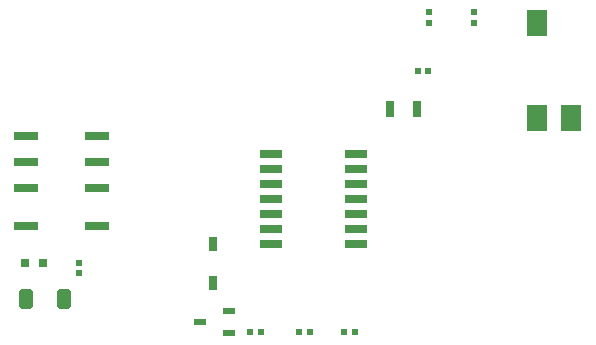
<source format=gbr>
%TF.GenerationSoftware,Altium Limited,Altium Designer,24.10.1 (45)*%
G04 Layer_Color=8421504*
%FSLAX45Y45*%
%MOMM*%
%TF.SameCoordinates,9AD70181-00FA-4A01-9188-FD1DF1966971*%
%TF.FilePolarity,Positive*%
%TF.FileFunction,Paste,Top*%
%TF.Part,Single*%
G01*
G75*
%TA.AperFunction,SMDPad,CuDef*%
%ADD10R,0.55000X0.55000*%
%ADD11R,0.75000X1.45000*%
%ADD12R,0.55000X0.55000*%
%ADD13R,1.00000X0.60000*%
%ADD14R,0.80000X0.80000*%
%ADD15R,1.80000X2.20000*%
%ADD16R,0.62000X0.62000*%
%ADD17R,0.62000X0.62000*%
%ADD18R,1.82500X0.70000*%
%ADD19R,0.80000X1.25000*%
G04:AMPARAMS|DCode=20|XSize=1.14mm|YSize=1.63mm|CornerRadius=0.1425mm|HoleSize=0mm|Usage=FLASHONLY|Rotation=180.000|XOffset=0mm|YOffset=0mm|HoleType=Round|Shape=RoundedRectangle|*
%AMROUNDEDRECTD20*
21,1,1.14000,1.34500,0,0,180.0*
21,1,0.85500,1.63000,0,0,180.0*
1,1,0.28500,-0.42750,0.67250*
1,1,0.28500,0.42750,0.67250*
1,1,0.28500,0.42750,-0.67250*
1,1,0.28500,-0.42750,-0.67250*
%
%ADD20ROUNDEDRECTD20*%
%ADD21R,2.00000X0.70000*%
D10*
X12401000Y9906000D02*
D03*
X12491000D02*
D03*
X11075500Y7696200D02*
D03*
X10985500D02*
D03*
D11*
X12165900Y9588500D02*
D03*
X12395900D02*
D03*
D12*
X9537700Y8287300D02*
D03*
Y8197300D02*
D03*
D13*
X10560700Y7785100D02*
D03*
X10800700Y7880600D02*
D03*
Y7689600D02*
D03*
D14*
X9230500Y8280400D02*
D03*
X9080500D02*
D03*
D15*
X13413300Y10312300D02*
D03*
X13703300Y9512300D02*
D03*
X13413300D02*
D03*
D16*
X12496800Y10409200D02*
D03*
Y10317200D02*
D03*
X12877800Y10317200D02*
D03*
Y10409200D02*
D03*
D17*
X11777700Y7696200D02*
D03*
X11869700D02*
D03*
X11396700D02*
D03*
X11488700D02*
D03*
D18*
X11163300Y8445500D02*
D03*
Y8572500D02*
D03*
Y8699500D02*
D03*
Y8826500D02*
D03*
Y8953500D02*
D03*
Y9080500D02*
D03*
Y9207500D02*
D03*
X11875700D02*
D03*
Y9080500D02*
D03*
Y8953500D02*
D03*
Y8826500D02*
D03*
Y8699500D02*
D03*
Y8572500D02*
D03*
Y8445500D02*
D03*
D19*
X10668000Y8115400D02*
D03*
Y8445400D02*
D03*
D20*
X9081600Y7975600D02*
D03*
X9409600D02*
D03*
D21*
X9685300Y8598900D02*
D03*
X9085300D02*
D03*
X9685300Y8918900D02*
D03*
X9085300D02*
D03*
X9685300Y9138900D02*
D03*
X9085300D02*
D03*
X9685300Y9358900D02*
D03*
X9085300D02*
D03*
%TF.MD5,3894e407a227a39c9b15566048e84774*%
M02*

</source>
